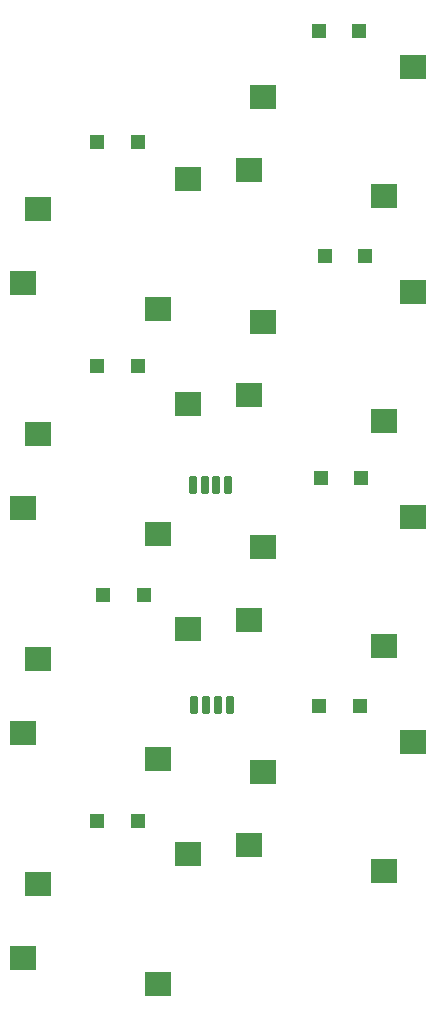
<source format=gbr>
%TF.GenerationSoftware,KiCad,Pcbnew,(7.0.0-0)*%
%TF.CreationDate,2023-02-26T21:11:16+09:00*%
%TF.ProjectId,pangaea-pcb-pinkey-k2-0.5ushift,70616e67-6165-4612-9d70-63622d70696e,rev?*%
%TF.SameCoordinates,Original*%
%TF.FileFunction,Paste,Bot*%
%TF.FilePolarity,Positive*%
%FSLAX46Y46*%
G04 Gerber Fmt 4.6, Leading zero omitted, Abs format (unit mm)*
G04 Created by KiCad (PCBNEW (7.0.0-0)) date 2023-02-26 21:11:16*
%MOMM*%
%LPD*%
G01*
G04 APERTURE LIST*
G04 Aperture macros list*
%AMRoundRect*
0 Rectangle with rounded corners*
0 $1 Rounding radius*
0 $2 $3 $4 $5 $6 $7 $8 $9 X,Y pos of 4 corners*
0 Add a 4 corners polygon primitive as box body*
4,1,4,$2,$3,$4,$5,$6,$7,$8,$9,$2,$3,0*
0 Add four circle primitives for the rounded corners*
1,1,$1+$1,$2,$3*
1,1,$1+$1,$4,$5*
1,1,$1+$1,$6,$7*
1,1,$1+$1,$8,$9*
0 Add four rect primitives between the rounded corners*
20,1,$1+$1,$2,$3,$4,$5,0*
20,1,$1+$1,$4,$5,$6,$7,0*
20,1,$1+$1,$6,$7,$8,$9,0*
20,1,$1+$1,$8,$9,$2,$3,0*%
G04 Aperture macros list end*
%ADD10R,1.200000X1.200000*%
%ADD11RoundRect,0.150000X-0.150000X-0.650000X0.150000X-0.650000X0.150000X0.650000X-0.150000X0.650000X0*%
%ADD12R,2.200000X2.000000*%
G04 APERTURE END LIST*
D10*
%TO.C,D18*%
X52069999Y-36369999D03*
X48619999Y-36369999D03*
%TD*%
D11*
%TO.C,J9*%
X37450000Y-55710000D03*
X38450000Y-55710000D03*
X39450000Y-55710000D03*
X40450000Y-55710000D03*
%TD*%
D12*
%TO.C,SW38*%
X42199999Y-86249999D03*
X43399999Y-80009999D03*
X53599999Y-88439999D03*
X56099999Y-77469999D03*
%TD*%
%TO.C,SW17*%
X23109999Y-57679999D03*
X24309999Y-51439999D03*
X34509999Y-59869999D03*
X37009999Y-48899999D03*
%TD*%
D10*
%TO.C,D38*%
X51599999Y-74399999D03*
X48149999Y-74399999D03*
%TD*%
D12*
%TO.C,SW13*%
X23109999Y-38629999D03*
X24309999Y-32389999D03*
X34509999Y-40819999D03*
X37009999Y-29849999D03*
%TD*%
D10*
%TO.C,D13*%
X32824999Y-26699999D03*
X29374999Y-26699999D03*
%TD*%
%TO.C,D34*%
X51724999Y-55139999D03*
X48274999Y-55139999D03*
%TD*%
D12*
%TO.C,SW18*%
X42199999Y-48149999D03*
X43399999Y-41909999D03*
X53599999Y-50339999D03*
X56099999Y-39369999D03*
%TD*%
D10*
%TO.C,D33*%
X33324999Y-65049999D03*
X29874999Y-65049999D03*
%TD*%
D12*
%TO.C,SW34*%
X42199999Y-67199999D03*
X43399999Y-60959999D03*
X53599999Y-69389999D03*
X56099999Y-58419999D03*
%TD*%
%TO.C,SW33*%
X37009999Y-67949999D03*
X34509999Y-78919999D03*
X24309999Y-70489999D03*
X23109999Y-76729999D03*
%TD*%
D10*
%TO.C,D17*%
X32774999Y-45649999D03*
X29324999Y-45649999D03*
%TD*%
%TO.C,D37*%
X32774999Y-84199999D03*
X29324999Y-84199999D03*
%TD*%
%TO.C,D14*%
X51554999Y-17329999D03*
X48104999Y-17329999D03*
%TD*%
D12*
%TO.C,SW37*%
X23109999Y-95779999D03*
X24309999Y-89539999D03*
X34509999Y-97969999D03*
X37009999Y-86999999D03*
%TD*%
%TO.C,SW14*%
X42199999Y-29099999D03*
X43399999Y-22859999D03*
X53599999Y-31289999D03*
X56099999Y-20319999D03*
%TD*%
D11*
%TO.C,J8*%
X37590000Y-74340000D03*
X38590000Y-74340000D03*
X39590000Y-74340000D03*
X40590000Y-74340000D03*
%TD*%
M02*

</source>
